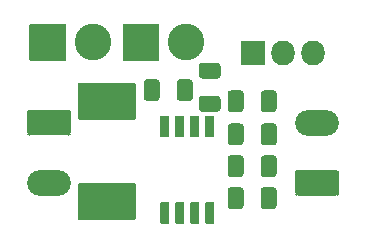
<source format=gbr>
G04 #@! TF.GenerationSoftware,KiCad,Pcbnew,(5.1.10)-1*
G04 #@! TF.CreationDate,2021-05-27T14:09:39+02:00*
G04 #@! TF.ProjectId,HV_UV_detect,48565f55-565f-4646-9574-6563742e6b69,0v2*
G04 #@! TF.SameCoordinates,Original*
G04 #@! TF.FileFunction,Soldermask,Top*
G04 #@! TF.FilePolarity,Negative*
%FSLAX46Y46*%
G04 Gerber Fmt 4.6, Leading zero omitted, Abs format (unit mm)*
G04 Created by KiCad (PCBNEW (5.1.10)-1) date 2021-05-27 14:09:39*
%MOMM*%
%LPD*%
G01*
G04 APERTURE LIST*
%ADD10O,2.007000X2.102000*%
%ADD11C,3.101740*%
%ADD12O,3.702000X2.182000*%
%ADD13C,0.100000*%
G04 APERTURE END LIST*
G36*
G01*
X155420001Y-92751000D02*
X154769999Y-92751000D01*
G75*
G02*
X154719000Y-92700001I0J50999D01*
G01*
X154719000Y-90999999D01*
G75*
G02*
X154769999Y-90949000I50999J0D01*
G01*
X155420001Y-90949000D01*
G75*
G02*
X155471000Y-90999999I0J-50999D01*
G01*
X155471000Y-92700001D01*
G75*
G02*
X155420001Y-92751000I-50999J0D01*
G01*
G37*
G36*
G01*
X156690001Y-92751000D02*
X156039999Y-92751000D01*
G75*
G02*
X155989000Y-92700001I0J50999D01*
G01*
X155989000Y-90999999D01*
G75*
G02*
X156039999Y-90949000I50999J0D01*
G01*
X156690001Y-90949000D01*
G75*
G02*
X156741000Y-90999999I0J-50999D01*
G01*
X156741000Y-92700001D01*
G75*
G02*
X156690001Y-92751000I-50999J0D01*
G01*
G37*
G36*
G01*
X157960001Y-92751000D02*
X157309999Y-92751000D01*
G75*
G02*
X157259000Y-92700001I0J50999D01*
G01*
X157259000Y-90999999D01*
G75*
G02*
X157309999Y-90949000I50999J0D01*
G01*
X157960001Y-90949000D01*
G75*
G02*
X158011000Y-90999999I0J-50999D01*
G01*
X158011000Y-92700001D01*
G75*
G02*
X157960001Y-92751000I-50999J0D01*
G01*
G37*
G36*
G01*
X159230001Y-92751000D02*
X158579999Y-92751000D01*
G75*
G02*
X158529000Y-92700001I0J50999D01*
G01*
X158529000Y-90999999D01*
G75*
G02*
X158579999Y-90949000I50999J0D01*
G01*
X159230001Y-90949000D01*
G75*
G02*
X159281000Y-90999999I0J-50999D01*
G01*
X159281000Y-92700001D01*
G75*
G02*
X159230001Y-92751000I-50999J0D01*
G01*
G37*
G36*
G01*
X159230001Y-100051000D02*
X158579999Y-100051000D01*
G75*
G02*
X158529000Y-100000001I0J50999D01*
G01*
X158529000Y-98299999D01*
G75*
G02*
X158579999Y-98249000I50999J0D01*
G01*
X159230001Y-98249000D01*
G75*
G02*
X159281000Y-98299999I0J-50999D01*
G01*
X159281000Y-100000001D01*
G75*
G02*
X159230001Y-100051000I-50999J0D01*
G01*
G37*
G36*
G01*
X157960001Y-100051000D02*
X157309999Y-100051000D01*
G75*
G02*
X157259000Y-100000001I0J50999D01*
G01*
X157259000Y-98299999D01*
G75*
G02*
X157309999Y-98249000I50999J0D01*
G01*
X157960001Y-98249000D01*
G75*
G02*
X158011000Y-98299999I0J-50999D01*
G01*
X158011000Y-100000001D01*
G75*
G02*
X157960001Y-100051000I-50999J0D01*
G01*
G37*
G36*
G01*
X156690001Y-100051000D02*
X156039999Y-100051000D01*
G75*
G02*
X155989000Y-100000001I0J50999D01*
G01*
X155989000Y-98299999D01*
G75*
G02*
X156039999Y-98249000I50999J0D01*
G01*
X156690001Y-98249000D01*
G75*
G02*
X156741000Y-98299999I0J-50999D01*
G01*
X156741000Y-100000001D01*
G75*
G02*
X156690001Y-100051000I-50999J0D01*
G01*
G37*
G36*
G01*
X155420001Y-100051000D02*
X154769999Y-100051000D01*
G75*
G02*
X154719000Y-100000001I0J50999D01*
G01*
X154719000Y-98299999D01*
G75*
G02*
X154769999Y-98249000I50999J0D01*
G01*
X155420001Y-98249000D01*
G75*
G02*
X155471000Y-98299999I0J-50999D01*
G01*
X155471000Y-100000001D01*
G75*
G02*
X155420001Y-100051000I-50999J0D01*
G01*
G37*
G36*
G01*
X147825000Y-96649000D02*
X152575000Y-96649000D01*
G75*
G02*
X152626000Y-96700000I0J-51000D01*
G01*
X152626000Y-99700000D01*
G75*
G02*
X152575000Y-99751000I-51000J0D01*
G01*
X147825000Y-99751000D01*
G75*
G02*
X147774000Y-99700000I0J51000D01*
G01*
X147774000Y-96700000D01*
G75*
G02*
X147825000Y-96649000I51000J0D01*
G01*
G37*
G36*
G01*
X147825000Y-88149000D02*
X152575000Y-88149000D01*
G75*
G02*
X152626000Y-88200000I0J-51000D01*
G01*
X152626000Y-91200000D01*
G75*
G02*
X152575000Y-91251000I-51000J0D01*
G01*
X147825000Y-91251000D01*
G75*
G02*
X147774000Y-91200000I0J51000D01*
G01*
X147774000Y-88200000D01*
G75*
G02*
X147825000Y-88149000I51000J0D01*
G01*
G37*
D10*
X167680000Y-85600000D03*
X165140000Y-85600000D03*
G36*
G01*
X161596500Y-86600000D02*
X161596500Y-84600000D01*
G75*
G02*
X161647500Y-84549000I51000J0D01*
G01*
X163552500Y-84549000D01*
G75*
G02*
X163603500Y-84600000I0J-51000D01*
G01*
X163603500Y-86600000D01*
G75*
G02*
X163552500Y-86651000I-51000J0D01*
G01*
X161647500Y-86651000D01*
G75*
G02*
X161596500Y-86600000I0J51000D01*
G01*
G37*
D11*
X156910000Y-84700000D03*
G36*
G01*
X151549130Y-86199870D02*
X151549130Y-83200130D01*
G75*
G02*
X151600130Y-83149130I51000J0D01*
G01*
X154599870Y-83149130D01*
G75*
G02*
X154650870Y-83200130I0J-51000D01*
G01*
X154650870Y-86199870D01*
G75*
G02*
X154599870Y-86250870I-51000J0D01*
G01*
X151600130Y-86250870D01*
G75*
G02*
X151549130Y-86199870I0J51000D01*
G01*
G37*
X149010000Y-84700000D03*
G36*
G01*
X143649130Y-86199870D02*
X143649130Y-83200130D01*
G75*
G02*
X143700130Y-83149130I51000J0D01*
G01*
X146699870Y-83149130D01*
G75*
G02*
X146750870Y-83200130I0J-51000D01*
G01*
X146750870Y-86199870D01*
G75*
G02*
X146699870Y-86250870I-51000J0D01*
G01*
X143700130Y-86250870D01*
G75*
G02*
X143649130Y-86199870I0J51000D01*
G01*
G37*
G36*
G01*
X160424000Y-98555600D02*
X160424000Y-97244400D01*
G75*
G02*
X160694400Y-96974000I270400J0D01*
G01*
X161505600Y-96974000D01*
G75*
G02*
X161776000Y-97244400I0J-270400D01*
G01*
X161776000Y-98555600D01*
G75*
G02*
X161505600Y-98826000I-270400J0D01*
G01*
X160694400Y-98826000D01*
G75*
G02*
X160424000Y-98555600I0J270400D01*
G01*
G37*
G36*
G01*
X163224000Y-98555600D02*
X163224000Y-97244400D01*
G75*
G02*
X163494400Y-96974000I270400J0D01*
G01*
X164305600Y-96974000D01*
G75*
G02*
X164576000Y-97244400I0J-270400D01*
G01*
X164576000Y-98555600D01*
G75*
G02*
X164305600Y-98826000I-270400J0D01*
G01*
X163494400Y-98826000D01*
G75*
G02*
X163224000Y-98555600I0J270400D01*
G01*
G37*
G36*
G01*
X143711258Y-90409000D02*
X146888742Y-90409000D01*
G75*
G02*
X147151000Y-90671258I0J-262258D01*
G01*
X147151000Y-92328742D01*
G75*
G02*
X146888742Y-92591000I-262258J0D01*
G01*
X143711258Y-92591000D01*
G75*
G02*
X143449000Y-92328742I0J262258D01*
G01*
X143449000Y-90671258D01*
G75*
G02*
X143711258Y-90409000I262258J0D01*
G01*
G37*
D12*
X145300000Y-96580000D03*
X168000000Y-91520000D03*
G36*
G01*
X169588742Y-97691000D02*
X166411258Y-97691000D01*
G75*
G02*
X166149000Y-97428742I0J262258D01*
G01*
X166149000Y-95771258D01*
G75*
G02*
X166411258Y-95509000I262258J0D01*
G01*
X169588742Y-95509000D01*
G75*
G02*
X169851000Y-95771258I0J-262258D01*
G01*
X169851000Y-97428742D01*
G75*
G02*
X169588742Y-97691000I-262258J0D01*
G01*
G37*
G36*
G01*
X153324000Y-89405600D02*
X153324000Y-88094400D01*
G75*
G02*
X153594400Y-87824000I270400J0D01*
G01*
X154405600Y-87824000D01*
G75*
G02*
X154676000Y-88094400I0J-270400D01*
G01*
X154676000Y-89405600D01*
G75*
G02*
X154405600Y-89676000I-270400J0D01*
G01*
X153594400Y-89676000D01*
G75*
G02*
X153324000Y-89405600I0J270400D01*
G01*
G37*
G36*
G01*
X156124000Y-89405600D02*
X156124000Y-88094400D01*
G75*
G02*
X156394400Y-87824000I270400J0D01*
G01*
X157205600Y-87824000D01*
G75*
G02*
X157476000Y-88094400I0J-270400D01*
G01*
X157476000Y-89405600D01*
G75*
G02*
X157205600Y-89676000I-270400J0D01*
G01*
X156394400Y-89676000D01*
G75*
G02*
X156124000Y-89405600I0J270400D01*
G01*
G37*
G36*
G01*
X159555600Y-90576000D02*
X158244400Y-90576000D01*
G75*
G02*
X157974000Y-90305600I0J270400D01*
G01*
X157974000Y-89494400D01*
G75*
G02*
X158244400Y-89224000I270400J0D01*
G01*
X159555600Y-89224000D01*
G75*
G02*
X159826000Y-89494400I0J-270400D01*
G01*
X159826000Y-90305600D01*
G75*
G02*
X159555600Y-90576000I-270400J0D01*
G01*
G37*
G36*
G01*
X159555600Y-87776000D02*
X158244400Y-87776000D01*
G75*
G02*
X157974000Y-87505600I0J270400D01*
G01*
X157974000Y-86694400D01*
G75*
G02*
X158244400Y-86424000I270400J0D01*
G01*
X159555600Y-86424000D01*
G75*
G02*
X159826000Y-86694400I0J-270400D01*
G01*
X159826000Y-87505600D01*
G75*
G02*
X159555600Y-87776000I-270400J0D01*
G01*
G37*
G36*
G01*
X161776000Y-91844400D02*
X161776000Y-93155600D01*
G75*
G02*
X161505600Y-93426000I-270400J0D01*
G01*
X160694400Y-93426000D01*
G75*
G02*
X160424000Y-93155600I0J270400D01*
G01*
X160424000Y-91844400D01*
G75*
G02*
X160694400Y-91574000I270400J0D01*
G01*
X161505600Y-91574000D01*
G75*
G02*
X161776000Y-91844400I0J-270400D01*
G01*
G37*
G36*
G01*
X164576000Y-91844400D02*
X164576000Y-93155600D01*
G75*
G02*
X164305600Y-93426000I-270400J0D01*
G01*
X163494400Y-93426000D01*
G75*
G02*
X163224000Y-93155600I0J270400D01*
G01*
X163224000Y-91844400D01*
G75*
G02*
X163494400Y-91574000I270400J0D01*
G01*
X164305600Y-91574000D01*
G75*
G02*
X164576000Y-91844400I0J-270400D01*
G01*
G37*
G36*
G01*
X163224000Y-95855600D02*
X163224000Y-94544400D01*
G75*
G02*
X163494400Y-94274000I270400J0D01*
G01*
X164305600Y-94274000D01*
G75*
G02*
X164576000Y-94544400I0J-270400D01*
G01*
X164576000Y-95855600D01*
G75*
G02*
X164305600Y-96126000I-270400J0D01*
G01*
X163494400Y-96126000D01*
G75*
G02*
X163224000Y-95855600I0J270400D01*
G01*
G37*
G36*
G01*
X160424000Y-95855600D02*
X160424000Y-94544400D01*
G75*
G02*
X160694400Y-94274000I270400J0D01*
G01*
X161505600Y-94274000D01*
G75*
G02*
X161776000Y-94544400I0J-270400D01*
G01*
X161776000Y-95855600D01*
G75*
G02*
X161505600Y-96126000I-270400J0D01*
G01*
X160694400Y-96126000D01*
G75*
G02*
X160424000Y-95855600I0J270400D01*
G01*
G37*
G36*
G01*
X164576000Y-89044400D02*
X164576000Y-90355600D01*
G75*
G02*
X164305600Y-90626000I-270400J0D01*
G01*
X163494400Y-90626000D01*
G75*
G02*
X163224000Y-90355600I0J270400D01*
G01*
X163224000Y-89044400D01*
G75*
G02*
X163494400Y-88774000I270400J0D01*
G01*
X164305600Y-88774000D01*
G75*
G02*
X164576000Y-89044400I0J-270400D01*
G01*
G37*
G36*
G01*
X161776000Y-89044400D02*
X161776000Y-90355600D01*
G75*
G02*
X161505600Y-90626000I-270400J0D01*
G01*
X160694400Y-90626000D01*
G75*
G02*
X160424000Y-90355600I0J270400D01*
G01*
X160424000Y-89044400D01*
G75*
G02*
X160694400Y-88774000I270400J0D01*
G01*
X161505600Y-88774000D01*
G75*
G02*
X161776000Y-89044400I0J-270400D01*
G01*
G37*
D13*
G36*
X169852165Y-97427116D02*
G01*
X169853000Y-97428742D01*
X169853000Y-97517552D01*
X169852990Y-97517748D01*
X169849182Y-97556413D01*
X169849106Y-97556798D01*
X169839620Y-97588070D01*
X169839470Y-97588432D01*
X169824066Y-97617251D01*
X169823848Y-97617577D01*
X169803116Y-97642839D01*
X169802839Y-97643116D01*
X169777577Y-97663848D01*
X169777251Y-97664066D01*
X169748432Y-97679470D01*
X169748070Y-97679620D01*
X169716798Y-97689106D01*
X169716413Y-97689182D01*
X169677748Y-97692990D01*
X169677552Y-97693000D01*
X169588742Y-97693000D01*
X169587010Y-97692000D01*
X169587010Y-97690000D01*
X169588546Y-97689010D01*
X169639511Y-97683991D01*
X169688335Y-97669180D01*
X169733329Y-97645131D01*
X169772765Y-97612765D01*
X169805131Y-97573329D01*
X169829180Y-97528335D01*
X169843991Y-97479511D01*
X169849010Y-97428546D01*
X169850175Y-97426920D01*
X169852165Y-97427116D01*
G37*
G36*
X166150990Y-97428546D02*
G01*
X166156009Y-97479511D01*
X166170820Y-97528335D01*
X166194869Y-97573329D01*
X166227235Y-97612765D01*
X166266671Y-97645131D01*
X166311665Y-97669180D01*
X166360489Y-97683991D01*
X166411454Y-97689010D01*
X166413080Y-97690175D01*
X166412884Y-97692165D01*
X166411258Y-97693000D01*
X166322448Y-97693000D01*
X166322252Y-97692990D01*
X166283587Y-97689182D01*
X166283202Y-97689106D01*
X166251930Y-97679620D01*
X166251568Y-97679470D01*
X166222749Y-97664066D01*
X166222423Y-97663848D01*
X166197161Y-97643116D01*
X166196884Y-97642839D01*
X166176152Y-97617577D01*
X166175934Y-97617251D01*
X166160530Y-97588432D01*
X166160380Y-97588070D01*
X166150894Y-97556798D01*
X166150818Y-97556413D01*
X166147010Y-97517748D01*
X166147000Y-97517552D01*
X166147000Y-97428742D01*
X166148000Y-97427010D01*
X166150000Y-97427010D01*
X166150990Y-97428546D01*
G37*
G36*
X166412990Y-95508000D02*
G01*
X166412990Y-95510000D01*
X166411454Y-95510990D01*
X166360489Y-95516009D01*
X166311665Y-95530820D01*
X166266671Y-95554869D01*
X166227235Y-95587235D01*
X166194869Y-95626671D01*
X166170820Y-95671665D01*
X166156009Y-95720489D01*
X166150990Y-95771454D01*
X166149825Y-95773080D01*
X166147835Y-95772884D01*
X166147000Y-95771258D01*
X166147000Y-95682448D01*
X166147010Y-95682252D01*
X166150818Y-95643587D01*
X166150894Y-95643202D01*
X166160380Y-95611930D01*
X166160530Y-95611568D01*
X166175934Y-95582749D01*
X166176152Y-95582423D01*
X166196884Y-95557161D01*
X166197161Y-95556884D01*
X166222423Y-95536152D01*
X166222749Y-95535934D01*
X166251568Y-95520530D01*
X166251930Y-95520380D01*
X166283202Y-95510894D01*
X166283587Y-95510818D01*
X166322252Y-95507010D01*
X166322448Y-95507000D01*
X166411258Y-95507000D01*
X166412990Y-95508000D01*
G37*
G36*
X169677748Y-95507010D02*
G01*
X169716413Y-95510818D01*
X169716798Y-95510894D01*
X169748070Y-95520380D01*
X169748432Y-95520530D01*
X169777251Y-95535934D01*
X169777577Y-95536152D01*
X169802839Y-95556884D01*
X169803116Y-95557161D01*
X169823848Y-95582423D01*
X169824066Y-95582749D01*
X169839470Y-95611568D01*
X169839620Y-95611930D01*
X169849106Y-95643202D01*
X169849182Y-95643587D01*
X169852990Y-95682252D01*
X169853000Y-95682448D01*
X169853000Y-95771258D01*
X169852000Y-95772990D01*
X169850000Y-95772990D01*
X169849010Y-95771454D01*
X169843991Y-95720489D01*
X169829180Y-95671665D01*
X169805131Y-95626671D01*
X169772765Y-95587235D01*
X169733329Y-95554869D01*
X169688335Y-95530820D01*
X169639511Y-95516009D01*
X169588546Y-95510990D01*
X169586920Y-95509825D01*
X169587116Y-95507835D01*
X169588742Y-95507000D01*
X169677552Y-95507000D01*
X169677748Y-95507010D01*
G37*
G36*
X143450990Y-92328546D02*
G01*
X143456009Y-92379511D01*
X143470820Y-92428335D01*
X143494869Y-92473329D01*
X143527235Y-92512765D01*
X143566671Y-92545131D01*
X143611665Y-92569180D01*
X143660489Y-92583991D01*
X143711454Y-92589010D01*
X143713080Y-92590175D01*
X143712884Y-92592165D01*
X143711258Y-92593000D01*
X143622448Y-92593000D01*
X143622252Y-92592990D01*
X143583587Y-92589182D01*
X143583202Y-92589106D01*
X143551930Y-92579620D01*
X143551568Y-92579470D01*
X143522749Y-92564066D01*
X143522423Y-92563848D01*
X143497161Y-92543116D01*
X143496884Y-92542839D01*
X143476152Y-92517577D01*
X143475934Y-92517251D01*
X143460530Y-92488432D01*
X143460380Y-92488070D01*
X143450894Y-92456798D01*
X143450818Y-92456413D01*
X143447010Y-92417748D01*
X143447000Y-92417552D01*
X143447000Y-92328742D01*
X143448000Y-92327010D01*
X143450000Y-92327010D01*
X143450990Y-92328546D01*
G37*
G36*
X147152165Y-92327116D02*
G01*
X147153000Y-92328742D01*
X147153000Y-92417552D01*
X147152990Y-92417748D01*
X147149182Y-92456413D01*
X147149106Y-92456798D01*
X147139620Y-92488070D01*
X147139470Y-92488432D01*
X147124066Y-92517251D01*
X147123848Y-92517577D01*
X147103116Y-92542839D01*
X147102839Y-92543116D01*
X147077577Y-92563848D01*
X147077251Y-92564066D01*
X147048432Y-92579470D01*
X147048070Y-92579620D01*
X147016798Y-92589106D01*
X147016413Y-92589182D01*
X146977748Y-92592990D01*
X146977552Y-92593000D01*
X146888742Y-92593000D01*
X146887010Y-92592000D01*
X146887010Y-92590000D01*
X146888546Y-92589010D01*
X146939511Y-92583991D01*
X146988335Y-92569180D01*
X147033329Y-92545131D01*
X147072765Y-92512765D01*
X147105131Y-92473329D01*
X147129180Y-92428335D01*
X147143991Y-92379511D01*
X147149010Y-92328546D01*
X147150175Y-92326920D01*
X147152165Y-92327116D01*
G37*
G36*
X143712990Y-90408000D02*
G01*
X143712990Y-90410000D01*
X143711454Y-90410990D01*
X143660489Y-90416009D01*
X143611665Y-90430820D01*
X143566671Y-90454869D01*
X143527235Y-90487235D01*
X143494869Y-90526671D01*
X143470820Y-90571665D01*
X143456009Y-90620489D01*
X143450990Y-90671454D01*
X143449825Y-90673080D01*
X143447835Y-90672884D01*
X143447000Y-90671258D01*
X143447000Y-90582448D01*
X143447010Y-90582252D01*
X143450818Y-90543587D01*
X143450894Y-90543202D01*
X143460380Y-90511930D01*
X143460530Y-90511568D01*
X143475934Y-90482749D01*
X143476152Y-90482423D01*
X143496884Y-90457161D01*
X143497161Y-90456884D01*
X143522423Y-90436152D01*
X143522749Y-90435934D01*
X143551568Y-90420530D01*
X143551930Y-90420380D01*
X143583202Y-90410894D01*
X143583587Y-90410818D01*
X143622252Y-90407010D01*
X143622448Y-90407000D01*
X143711258Y-90407000D01*
X143712990Y-90408000D01*
G37*
G36*
X146977748Y-90407010D02*
G01*
X147016413Y-90410818D01*
X147016798Y-90410894D01*
X147048070Y-90420380D01*
X147048432Y-90420530D01*
X147077251Y-90435934D01*
X147077577Y-90436152D01*
X147102839Y-90456884D01*
X147103116Y-90457161D01*
X147123848Y-90482423D01*
X147124066Y-90482749D01*
X147139470Y-90511568D01*
X147139620Y-90511930D01*
X147149106Y-90543202D01*
X147149182Y-90543587D01*
X147152990Y-90582252D01*
X147153000Y-90582448D01*
X147153000Y-90671258D01*
X147152000Y-90672990D01*
X147150000Y-90672990D01*
X147149010Y-90671454D01*
X147143991Y-90620489D01*
X147129180Y-90571665D01*
X147105131Y-90526671D01*
X147072765Y-90487235D01*
X147033329Y-90454869D01*
X146988335Y-90430820D01*
X146939511Y-90416009D01*
X146888546Y-90410990D01*
X146886920Y-90409825D01*
X146887116Y-90407835D01*
X146888742Y-90407000D01*
X146977552Y-90407000D01*
X146977748Y-90407010D01*
G37*
M02*

</source>
